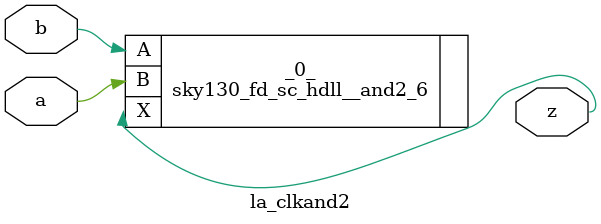
<source format=v>

/* Generated by Yosys 0.44 (git sha1 80ba43d26, g++ 11.4.0-1ubuntu1~22.04 -fPIC -O3) */

(* top =  1  *)
(* src = "inputs/la_clkand2.v:10.1-20.10" *)
module la_clkand2 (
    a,
    b,
    z
);
  (* src = "inputs/la_clkand2.v:13.12-13.13" *)
  input a;
  wire a;
  (* src = "inputs/la_clkand2.v:14.12-14.13" *)
  input b;
  wire b;
  (* src = "inputs/la_clkand2.v:15.12-15.13" *)
  output z;
  wire z;
  sky130_fd_sc_hdll__and2_6 _0_ (
      .A(b),
      .B(a),
      .X(z)
  );
endmodule

</source>
